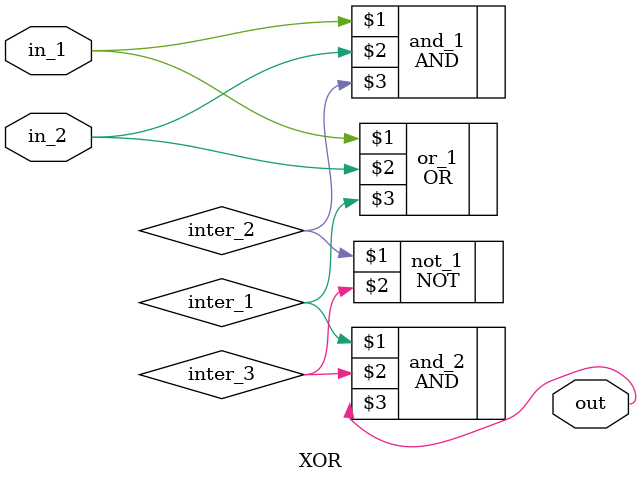
<source format=v>
module XOR(in_1, in_2, out);
  input in_1, in_2;
  wire inter_1, inter_2, inter_3;
  output out;

  OR or_1(in_1, in_2, inter_1);
  AND and_1(in_1, in_2, inter_2);
  NOT not_1(inter_2, inter_3);
  AND and_2(inter_1, inter_3, out);
endmodule

</source>
